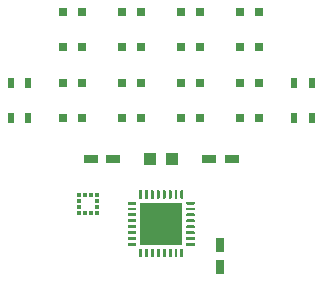
<source format=gbs>
G04 #@! TF.GenerationSoftware,KiCad,Pcbnew,5.1.9*
G04 #@! TF.CreationDate,2021-04-30T23:25:29+02:00*
G04 #@! TF.ProjectId,Watch,57617463-682e-46b6-9963-61645f706362,rev?*
G04 #@! TF.SameCoordinates,Original*
G04 #@! TF.FileFunction,Soldermask,Bot*
G04 #@! TF.FilePolarity,Negative*
%FSLAX46Y46*%
G04 Gerber Fmt 4.6, Leading zero omitted, Abs format (unit mm)*
G04 Created by KiCad (PCBNEW 5.1.9) date 2021-04-30 23:25:29*
%MOMM*%
%LPD*%
G01*
G04 APERTURE LIST*
%ADD10R,0.300000X0.350000*%
%ADD11R,0.750000X1.200000*%
%ADD12R,1.200000X0.750000*%
%ADD13R,0.800000X0.800000*%
%ADD14R,0.500000X0.900000*%
%ADD15R,1.050000X1.100000*%
%ADD16R,3.650000X3.650000*%
G04 APERTURE END LIST*
D10*
X130543000Y-106557000D03*
X130543000Y-107057000D03*
X130568000Y-107582000D03*
X131068000Y-107582000D03*
X131568000Y-107582000D03*
X132068000Y-107582000D03*
X132093000Y-107057000D03*
X132093000Y-106557000D03*
X132068000Y-106032000D03*
X131568000Y-106032000D03*
X131068000Y-106032000D03*
X130568000Y-106032000D03*
D11*
X142494000Y-112136000D03*
X142494000Y-110236000D03*
D12*
X141550000Y-103000000D03*
X143450000Y-103000000D03*
X133450000Y-103000000D03*
X131550000Y-103000000D03*
D13*
X145800000Y-90500000D03*
X144200000Y-90500000D03*
X145800000Y-93500000D03*
X144200000Y-93500000D03*
X145800000Y-96500000D03*
X144200000Y-96500000D03*
X145800000Y-99500000D03*
X144200000Y-99500000D03*
X140800000Y-90500000D03*
X139200000Y-90500000D03*
X140800000Y-93500000D03*
X139200000Y-93500000D03*
X140800000Y-96500000D03*
X139200000Y-96500000D03*
X140800000Y-99500000D03*
X139200000Y-99500000D03*
X135800000Y-90500000D03*
X134200000Y-90500000D03*
X135800000Y-93500000D03*
X134200000Y-93500000D03*
X135800000Y-96500000D03*
X134200000Y-96500000D03*
X135800000Y-99500000D03*
X134200000Y-99500000D03*
X130800000Y-90500000D03*
X129200000Y-90500000D03*
X130800000Y-93500000D03*
X129200000Y-93500000D03*
X130800000Y-96500000D03*
X129200000Y-96500000D03*
X130800000Y-99500000D03*
X129200000Y-99500000D03*
D14*
X126250000Y-96500000D03*
X124750000Y-96500000D03*
X126250000Y-99500000D03*
X124750000Y-99500000D03*
X148750000Y-96500000D03*
X150250000Y-96500000D03*
X148750000Y-99500000D03*
X150250000Y-99500000D03*
D15*
X136575000Y-103000000D03*
X138425000Y-103000000D03*
G36*
G01*
X135687500Y-105608000D02*
X135812500Y-105608000D01*
G75*
G02*
X135875000Y-105670500I0J-62500D01*
G01*
X135875000Y-106295500D01*
G75*
G02*
X135812500Y-106358000I-62500J0D01*
G01*
X135687500Y-106358000D01*
G75*
G02*
X135625000Y-106295500I0J62500D01*
G01*
X135625000Y-105670500D01*
G75*
G02*
X135687500Y-105608000I62500J0D01*
G01*
G37*
G36*
G01*
X136187500Y-105608000D02*
X136312500Y-105608000D01*
G75*
G02*
X136375000Y-105670500I0J-62500D01*
G01*
X136375000Y-106295500D01*
G75*
G02*
X136312500Y-106358000I-62500J0D01*
G01*
X136187500Y-106358000D01*
G75*
G02*
X136125000Y-106295500I0J62500D01*
G01*
X136125000Y-105670500D01*
G75*
G02*
X136187500Y-105608000I62500J0D01*
G01*
G37*
G36*
G01*
X136687500Y-105608000D02*
X136812500Y-105608000D01*
G75*
G02*
X136875000Y-105670500I0J-62500D01*
G01*
X136875000Y-106295500D01*
G75*
G02*
X136812500Y-106358000I-62500J0D01*
G01*
X136687500Y-106358000D01*
G75*
G02*
X136625000Y-106295500I0J62500D01*
G01*
X136625000Y-105670500D01*
G75*
G02*
X136687500Y-105608000I62500J0D01*
G01*
G37*
G36*
G01*
X137187500Y-105608000D02*
X137312500Y-105608000D01*
G75*
G02*
X137375000Y-105670500I0J-62500D01*
G01*
X137375000Y-106295500D01*
G75*
G02*
X137312500Y-106358000I-62500J0D01*
G01*
X137187500Y-106358000D01*
G75*
G02*
X137125000Y-106295500I0J62500D01*
G01*
X137125000Y-105670500D01*
G75*
G02*
X137187500Y-105608000I62500J0D01*
G01*
G37*
G36*
G01*
X137687500Y-105608000D02*
X137812500Y-105608000D01*
G75*
G02*
X137875000Y-105670500I0J-62500D01*
G01*
X137875000Y-106295500D01*
G75*
G02*
X137812500Y-106358000I-62500J0D01*
G01*
X137687500Y-106358000D01*
G75*
G02*
X137625000Y-106295500I0J62500D01*
G01*
X137625000Y-105670500D01*
G75*
G02*
X137687500Y-105608000I62500J0D01*
G01*
G37*
G36*
G01*
X138187500Y-105608000D02*
X138312500Y-105608000D01*
G75*
G02*
X138375000Y-105670500I0J-62500D01*
G01*
X138375000Y-106295500D01*
G75*
G02*
X138312500Y-106358000I-62500J0D01*
G01*
X138187500Y-106358000D01*
G75*
G02*
X138125000Y-106295500I0J62500D01*
G01*
X138125000Y-105670500D01*
G75*
G02*
X138187500Y-105608000I62500J0D01*
G01*
G37*
G36*
G01*
X138687500Y-105608000D02*
X138812500Y-105608000D01*
G75*
G02*
X138875000Y-105670500I0J-62500D01*
G01*
X138875000Y-106295500D01*
G75*
G02*
X138812500Y-106358000I-62500J0D01*
G01*
X138687500Y-106358000D01*
G75*
G02*
X138625000Y-106295500I0J62500D01*
G01*
X138625000Y-105670500D01*
G75*
G02*
X138687500Y-105608000I62500J0D01*
G01*
G37*
G36*
G01*
X139187500Y-105608000D02*
X139312500Y-105608000D01*
G75*
G02*
X139375000Y-105670500I0J-62500D01*
G01*
X139375000Y-106295500D01*
G75*
G02*
X139312500Y-106358000I-62500J0D01*
G01*
X139187500Y-106358000D01*
G75*
G02*
X139125000Y-106295500I0J62500D01*
G01*
X139125000Y-105670500D01*
G75*
G02*
X139187500Y-105608000I62500J0D01*
G01*
G37*
G36*
G01*
X139662500Y-106583000D02*
X140287500Y-106583000D01*
G75*
G02*
X140350000Y-106645500I0J-62500D01*
G01*
X140350000Y-106770500D01*
G75*
G02*
X140287500Y-106833000I-62500J0D01*
G01*
X139662500Y-106833000D01*
G75*
G02*
X139600000Y-106770500I0J62500D01*
G01*
X139600000Y-106645500D01*
G75*
G02*
X139662500Y-106583000I62500J0D01*
G01*
G37*
G36*
G01*
X139662500Y-107083000D02*
X140287500Y-107083000D01*
G75*
G02*
X140350000Y-107145500I0J-62500D01*
G01*
X140350000Y-107270500D01*
G75*
G02*
X140287500Y-107333000I-62500J0D01*
G01*
X139662500Y-107333000D01*
G75*
G02*
X139600000Y-107270500I0J62500D01*
G01*
X139600000Y-107145500D01*
G75*
G02*
X139662500Y-107083000I62500J0D01*
G01*
G37*
G36*
G01*
X139662500Y-107583000D02*
X140287500Y-107583000D01*
G75*
G02*
X140350000Y-107645500I0J-62500D01*
G01*
X140350000Y-107770500D01*
G75*
G02*
X140287500Y-107833000I-62500J0D01*
G01*
X139662500Y-107833000D01*
G75*
G02*
X139600000Y-107770500I0J62500D01*
G01*
X139600000Y-107645500D01*
G75*
G02*
X139662500Y-107583000I62500J0D01*
G01*
G37*
G36*
G01*
X139662500Y-108083000D02*
X140287500Y-108083000D01*
G75*
G02*
X140350000Y-108145500I0J-62500D01*
G01*
X140350000Y-108270500D01*
G75*
G02*
X140287500Y-108333000I-62500J0D01*
G01*
X139662500Y-108333000D01*
G75*
G02*
X139600000Y-108270500I0J62500D01*
G01*
X139600000Y-108145500D01*
G75*
G02*
X139662500Y-108083000I62500J0D01*
G01*
G37*
G36*
G01*
X139662500Y-108583000D02*
X140287500Y-108583000D01*
G75*
G02*
X140350000Y-108645500I0J-62500D01*
G01*
X140350000Y-108770500D01*
G75*
G02*
X140287500Y-108833000I-62500J0D01*
G01*
X139662500Y-108833000D01*
G75*
G02*
X139600000Y-108770500I0J62500D01*
G01*
X139600000Y-108645500D01*
G75*
G02*
X139662500Y-108583000I62500J0D01*
G01*
G37*
G36*
G01*
X139662500Y-109083000D02*
X140287500Y-109083000D01*
G75*
G02*
X140350000Y-109145500I0J-62500D01*
G01*
X140350000Y-109270500D01*
G75*
G02*
X140287500Y-109333000I-62500J0D01*
G01*
X139662500Y-109333000D01*
G75*
G02*
X139600000Y-109270500I0J62500D01*
G01*
X139600000Y-109145500D01*
G75*
G02*
X139662500Y-109083000I62500J0D01*
G01*
G37*
G36*
G01*
X139662500Y-109583000D02*
X140287500Y-109583000D01*
G75*
G02*
X140350000Y-109645500I0J-62500D01*
G01*
X140350000Y-109770500D01*
G75*
G02*
X140287500Y-109833000I-62500J0D01*
G01*
X139662500Y-109833000D01*
G75*
G02*
X139600000Y-109770500I0J62500D01*
G01*
X139600000Y-109645500D01*
G75*
G02*
X139662500Y-109583000I62500J0D01*
G01*
G37*
G36*
G01*
X139662500Y-110083000D02*
X140287500Y-110083000D01*
G75*
G02*
X140350000Y-110145500I0J-62500D01*
G01*
X140350000Y-110270500D01*
G75*
G02*
X140287500Y-110333000I-62500J0D01*
G01*
X139662500Y-110333000D01*
G75*
G02*
X139600000Y-110270500I0J62500D01*
G01*
X139600000Y-110145500D01*
G75*
G02*
X139662500Y-110083000I62500J0D01*
G01*
G37*
G36*
G01*
X139187500Y-110558000D02*
X139312500Y-110558000D01*
G75*
G02*
X139375000Y-110620500I0J-62500D01*
G01*
X139375000Y-111245500D01*
G75*
G02*
X139312500Y-111308000I-62500J0D01*
G01*
X139187500Y-111308000D01*
G75*
G02*
X139125000Y-111245500I0J62500D01*
G01*
X139125000Y-110620500D01*
G75*
G02*
X139187500Y-110558000I62500J0D01*
G01*
G37*
G36*
G01*
X138687500Y-110558000D02*
X138812500Y-110558000D01*
G75*
G02*
X138875000Y-110620500I0J-62500D01*
G01*
X138875000Y-111245500D01*
G75*
G02*
X138812500Y-111308000I-62500J0D01*
G01*
X138687500Y-111308000D01*
G75*
G02*
X138625000Y-111245500I0J62500D01*
G01*
X138625000Y-110620500D01*
G75*
G02*
X138687500Y-110558000I62500J0D01*
G01*
G37*
G36*
G01*
X138187500Y-110558000D02*
X138312500Y-110558000D01*
G75*
G02*
X138375000Y-110620500I0J-62500D01*
G01*
X138375000Y-111245500D01*
G75*
G02*
X138312500Y-111308000I-62500J0D01*
G01*
X138187500Y-111308000D01*
G75*
G02*
X138125000Y-111245500I0J62500D01*
G01*
X138125000Y-110620500D01*
G75*
G02*
X138187500Y-110558000I62500J0D01*
G01*
G37*
G36*
G01*
X137687500Y-110558000D02*
X137812500Y-110558000D01*
G75*
G02*
X137875000Y-110620500I0J-62500D01*
G01*
X137875000Y-111245500D01*
G75*
G02*
X137812500Y-111308000I-62500J0D01*
G01*
X137687500Y-111308000D01*
G75*
G02*
X137625000Y-111245500I0J62500D01*
G01*
X137625000Y-110620500D01*
G75*
G02*
X137687500Y-110558000I62500J0D01*
G01*
G37*
G36*
G01*
X137187500Y-110558000D02*
X137312500Y-110558000D01*
G75*
G02*
X137375000Y-110620500I0J-62500D01*
G01*
X137375000Y-111245500D01*
G75*
G02*
X137312500Y-111308000I-62500J0D01*
G01*
X137187500Y-111308000D01*
G75*
G02*
X137125000Y-111245500I0J62500D01*
G01*
X137125000Y-110620500D01*
G75*
G02*
X137187500Y-110558000I62500J0D01*
G01*
G37*
G36*
G01*
X136687500Y-110558000D02*
X136812500Y-110558000D01*
G75*
G02*
X136875000Y-110620500I0J-62500D01*
G01*
X136875000Y-111245500D01*
G75*
G02*
X136812500Y-111308000I-62500J0D01*
G01*
X136687500Y-111308000D01*
G75*
G02*
X136625000Y-111245500I0J62500D01*
G01*
X136625000Y-110620500D01*
G75*
G02*
X136687500Y-110558000I62500J0D01*
G01*
G37*
G36*
G01*
X136187500Y-110558000D02*
X136312500Y-110558000D01*
G75*
G02*
X136375000Y-110620500I0J-62500D01*
G01*
X136375000Y-111245500D01*
G75*
G02*
X136312500Y-111308000I-62500J0D01*
G01*
X136187500Y-111308000D01*
G75*
G02*
X136125000Y-111245500I0J62500D01*
G01*
X136125000Y-110620500D01*
G75*
G02*
X136187500Y-110558000I62500J0D01*
G01*
G37*
G36*
G01*
X135687500Y-110558000D02*
X135812500Y-110558000D01*
G75*
G02*
X135875000Y-110620500I0J-62500D01*
G01*
X135875000Y-111245500D01*
G75*
G02*
X135812500Y-111308000I-62500J0D01*
G01*
X135687500Y-111308000D01*
G75*
G02*
X135625000Y-111245500I0J62500D01*
G01*
X135625000Y-110620500D01*
G75*
G02*
X135687500Y-110558000I62500J0D01*
G01*
G37*
G36*
G01*
X134712500Y-110083000D02*
X135337500Y-110083000D01*
G75*
G02*
X135400000Y-110145500I0J-62500D01*
G01*
X135400000Y-110270500D01*
G75*
G02*
X135337500Y-110333000I-62500J0D01*
G01*
X134712500Y-110333000D01*
G75*
G02*
X134650000Y-110270500I0J62500D01*
G01*
X134650000Y-110145500D01*
G75*
G02*
X134712500Y-110083000I62500J0D01*
G01*
G37*
G36*
G01*
X134712500Y-109583000D02*
X135337500Y-109583000D01*
G75*
G02*
X135400000Y-109645500I0J-62500D01*
G01*
X135400000Y-109770500D01*
G75*
G02*
X135337500Y-109833000I-62500J0D01*
G01*
X134712500Y-109833000D01*
G75*
G02*
X134650000Y-109770500I0J62500D01*
G01*
X134650000Y-109645500D01*
G75*
G02*
X134712500Y-109583000I62500J0D01*
G01*
G37*
G36*
G01*
X134712500Y-109083000D02*
X135337500Y-109083000D01*
G75*
G02*
X135400000Y-109145500I0J-62500D01*
G01*
X135400000Y-109270500D01*
G75*
G02*
X135337500Y-109333000I-62500J0D01*
G01*
X134712500Y-109333000D01*
G75*
G02*
X134650000Y-109270500I0J62500D01*
G01*
X134650000Y-109145500D01*
G75*
G02*
X134712500Y-109083000I62500J0D01*
G01*
G37*
G36*
G01*
X134712500Y-108583000D02*
X135337500Y-108583000D01*
G75*
G02*
X135400000Y-108645500I0J-62500D01*
G01*
X135400000Y-108770500D01*
G75*
G02*
X135337500Y-108833000I-62500J0D01*
G01*
X134712500Y-108833000D01*
G75*
G02*
X134650000Y-108770500I0J62500D01*
G01*
X134650000Y-108645500D01*
G75*
G02*
X134712500Y-108583000I62500J0D01*
G01*
G37*
G36*
G01*
X134712500Y-108083000D02*
X135337500Y-108083000D01*
G75*
G02*
X135400000Y-108145500I0J-62500D01*
G01*
X135400000Y-108270500D01*
G75*
G02*
X135337500Y-108333000I-62500J0D01*
G01*
X134712500Y-108333000D01*
G75*
G02*
X134650000Y-108270500I0J62500D01*
G01*
X134650000Y-108145500D01*
G75*
G02*
X134712500Y-108083000I62500J0D01*
G01*
G37*
G36*
G01*
X134712500Y-107583000D02*
X135337500Y-107583000D01*
G75*
G02*
X135400000Y-107645500I0J-62500D01*
G01*
X135400000Y-107770500D01*
G75*
G02*
X135337500Y-107833000I-62500J0D01*
G01*
X134712500Y-107833000D01*
G75*
G02*
X134650000Y-107770500I0J62500D01*
G01*
X134650000Y-107645500D01*
G75*
G02*
X134712500Y-107583000I62500J0D01*
G01*
G37*
G36*
G01*
X134712500Y-107083000D02*
X135337500Y-107083000D01*
G75*
G02*
X135400000Y-107145500I0J-62500D01*
G01*
X135400000Y-107270500D01*
G75*
G02*
X135337500Y-107333000I-62500J0D01*
G01*
X134712500Y-107333000D01*
G75*
G02*
X134650000Y-107270500I0J62500D01*
G01*
X134650000Y-107145500D01*
G75*
G02*
X134712500Y-107083000I62500J0D01*
G01*
G37*
G36*
G01*
X134712500Y-106583000D02*
X135337500Y-106583000D01*
G75*
G02*
X135400000Y-106645500I0J-62500D01*
G01*
X135400000Y-106770500D01*
G75*
G02*
X135337500Y-106833000I-62500J0D01*
G01*
X134712500Y-106833000D01*
G75*
G02*
X134650000Y-106770500I0J62500D01*
G01*
X134650000Y-106645500D01*
G75*
G02*
X134712500Y-106583000I62500J0D01*
G01*
G37*
D16*
X137500000Y-108458000D03*
M02*

</source>
